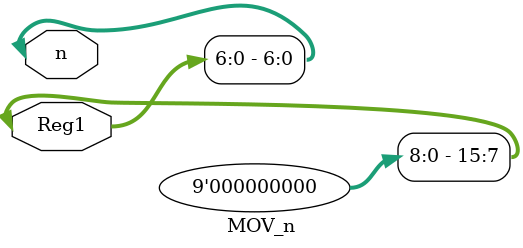
<source format=v>

module MOV_n (Reg1, n);

input [15:0] Reg1;
input [6:0] n;

assign Reg1 = n;

endmodule
</source>
